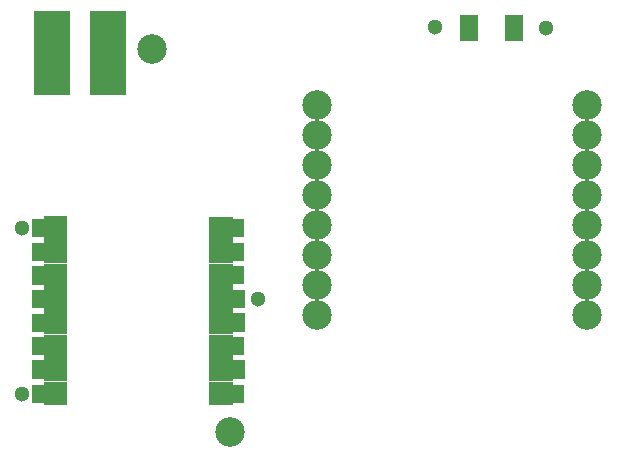
<source format=gbr>
%FSLAX34Y34*%
%MOMM*%
%LNSOLDERMASK_TOP*%
G71*
G01*
%ADD10R,3.100X7.100*%
%ADD11C,1.300*%
%ADD12R,1.500X2.200*%
%ADD13C,2.500*%
%ADD14R,2.800X1.600*%
%LPD*%
X153988Y346869D02*
G54D10*
D03*
X201216Y346869D02*
G54D10*
D03*
X572294Y367903D02*
G54D11*
D03*
X477838Y368697D02*
G54D11*
D03*
X544807Y368200D02*
G54D12*
D03*
X507207Y368300D02*
G54D12*
D03*
X238522Y350441D02*
G54D13*
D03*
G36*
X306817Y188922D02*
X287317Y188922D01*
X287317Y208422D01*
X306817Y208422D01*
X306817Y188922D01*
G37*
G36*
X306817Y168922D02*
X287317Y168922D01*
X287317Y188422D01*
X306817Y188422D01*
X306817Y168922D01*
G37*
G36*
X306817Y148922D02*
X287317Y148922D01*
X287317Y168422D01*
X306817Y168422D01*
X306817Y148922D01*
G37*
G36*
X306817Y128922D02*
X287317Y128922D01*
X287317Y148422D01*
X306817Y148422D01*
X306817Y128922D01*
G37*
G36*
X306817Y108922D02*
X287317Y108922D01*
X287317Y128422D01*
X306817Y128422D01*
X306817Y108922D01*
G37*
G36*
X306817Y88922D02*
X287317Y88922D01*
X287317Y108422D01*
X306817Y108422D01*
X306817Y88922D01*
G37*
G36*
X306817Y68922D02*
X287317Y68922D01*
X287317Y88422D01*
X306817Y88422D01*
X306817Y68922D01*
G37*
G36*
X306817Y48922D02*
X287317Y48922D01*
X287317Y68422D01*
X306817Y68422D01*
X306817Y48922D01*
G37*
G36*
X167077Y188672D02*
X147077Y188672D01*
X147077Y208672D01*
X167077Y208672D01*
X167077Y188672D01*
G37*
G36*
X166827Y168922D02*
X147327Y168922D01*
X147327Y188422D01*
X166827Y188422D01*
X166827Y168922D01*
G37*
G36*
X166827Y148922D02*
X147327Y148922D01*
X147327Y168422D01*
X166827Y168422D01*
X166827Y148922D01*
G37*
G36*
X166827Y128922D02*
X147327Y128922D01*
X147327Y148422D01*
X166827Y148422D01*
X166827Y128922D01*
G37*
G36*
X166827Y108922D02*
X147327Y108922D01*
X147327Y128422D01*
X166827Y128422D01*
X166827Y108922D01*
G37*
G36*
X166827Y88922D02*
X147327Y88922D01*
X147327Y108422D01*
X166827Y108422D01*
X166827Y88922D01*
G37*
G36*
X166827Y68922D02*
X147327Y68922D01*
X147327Y88422D01*
X166827Y88422D01*
X166827Y68922D01*
G37*
G36*
X166827Y48922D02*
X147327Y48922D01*
X147327Y68422D01*
X166827Y68422D01*
X166827Y48922D01*
G37*
X150727Y178672D02*
G54D14*
D03*
X150727Y198672D02*
G54D14*
D03*
G36*
X136727Y166672D02*
X164727Y166672D01*
X164727Y150672D01*
X136727Y150672D01*
X136727Y166672D01*
G37*
X150727Y138672D02*
G54D14*
D03*
X150727Y118672D02*
G54D14*
D03*
X150727Y98672D02*
G54D14*
D03*
G36*
X136727Y86672D02*
X164727Y86672D01*
X164727Y70672D01*
X136727Y70672D01*
X136727Y86672D01*
G37*
X150727Y58672D02*
G54D14*
D03*
X303417Y198672D02*
G54D14*
D03*
X303417Y178672D02*
G54D14*
D03*
X303417Y158672D02*
G54D14*
D03*
G36*
X289417Y146672D02*
X317417Y146672D01*
X317417Y130672D01*
X289417Y130672D01*
X289417Y146672D01*
G37*
G36*
X289417Y126672D02*
X317417Y126672D01*
X317417Y110672D01*
X289417Y110672D01*
X289417Y126672D01*
G37*
X303417Y98672D02*
G54D14*
D03*
G36*
X289417Y86672D02*
X317417Y86672D01*
X317417Y70672D01*
X289417Y70672D01*
X289417Y86672D01*
G37*
X303417Y58672D02*
G54D14*
D03*
X378619Y302816D02*
G54D13*
D03*
X378619Y277416D02*
G54D13*
D03*
X378619Y252016D02*
G54D13*
D03*
X378619Y226616D02*
G54D13*
D03*
X378619Y201216D02*
G54D13*
D03*
X378619Y175816D02*
G54D13*
D03*
X378619Y150416D02*
G54D13*
D03*
X378619Y125016D02*
G54D13*
D03*
X607219Y302816D02*
G54D13*
D03*
X607219Y277416D02*
G54D13*
D03*
X607219Y252016D02*
G54D13*
D03*
X607219Y226616D02*
G54D13*
D03*
X607219Y201216D02*
G54D13*
D03*
X607219Y175816D02*
G54D13*
D03*
X607219Y150416D02*
G54D13*
D03*
X607219Y125016D02*
G54D13*
D03*
X304403Y25797D02*
G54D13*
D03*
X328216Y138509D02*
G54D11*
D03*
X128899Y198672D02*
G54D11*
D03*
X128899Y58672D02*
G54D11*
D03*
M02*

</source>
